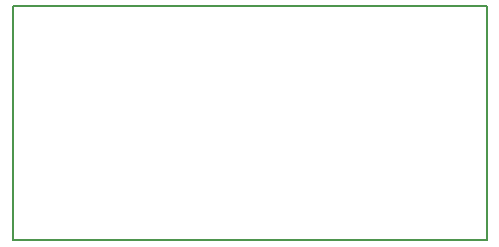
<source format=gbr>
%TF.GenerationSoftware,KiCad,Pcbnew,6.0.10+dfsg-1~bpo11+1*%
%TF.CreationDate,2023-02-13T14:10:20+00:00*%
%TF.ProjectId,ALTIMET02,414c5449-4d45-4543-9032-2e6b69636164,rev?*%
%TF.SameCoordinates,Original*%
%TF.FileFunction,Profile,NP*%
%FSLAX46Y46*%
G04 Gerber Fmt 4.6, Leading zero omitted, Abs format (unit mm)*
G04 Created by KiCad (PCBNEW 6.0.10+dfsg-1~bpo11+1) date 2023-02-13 14:10:20*
%MOMM*%
%LPD*%
G01*
G04 APERTURE LIST*
%TA.AperFunction,Profile*%
%ADD10C,0.127000*%
%TD*%
G04 APERTURE END LIST*
D10*
X112014000Y-116586000D02*
X112014000Y-96774000D01*
X112014000Y-96774000D02*
X152146000Y-96774000D01*
X152146000Y-116586000D02*
X112014000Y-116586000D01*
X152146000Y-96774000D02*
X152146000Y-116586000D01*
M02*

</source>
